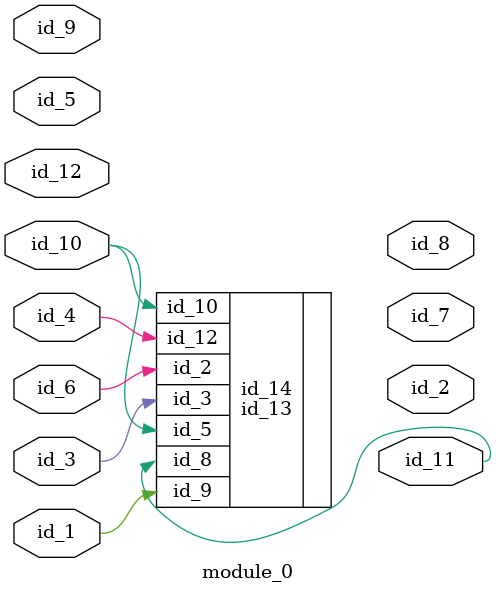
<source format=v>
module module_0 (
    id_1,
    id_2,
    id_3,
    id_4,
    id_5,
    id_6,
    id_7,
    id_8,
    id_9,
    id_10,
    id_11,
    id_12
);
  input id_12;
  output id_11;
  input id_10;
  input id_9;
  output id_8;
  output id_7;
  input id_6;
  input id_5;
  input id_4;
  input id_3;
  output id_2;
  input id_1;
  id_13 id_14 (
      .id_9 (id_1),
      .id_12(id_4),
      .id_3 (id_3),
      .id_2 (id_6),
      .id_5 (id_10),
      .id_10(id_10),
      .id_8 (id_11)
  );
  id_15 id_16 (
      .id_1 (1'b0),
      .id_14(id_9)
  );
endmodule

</source>
